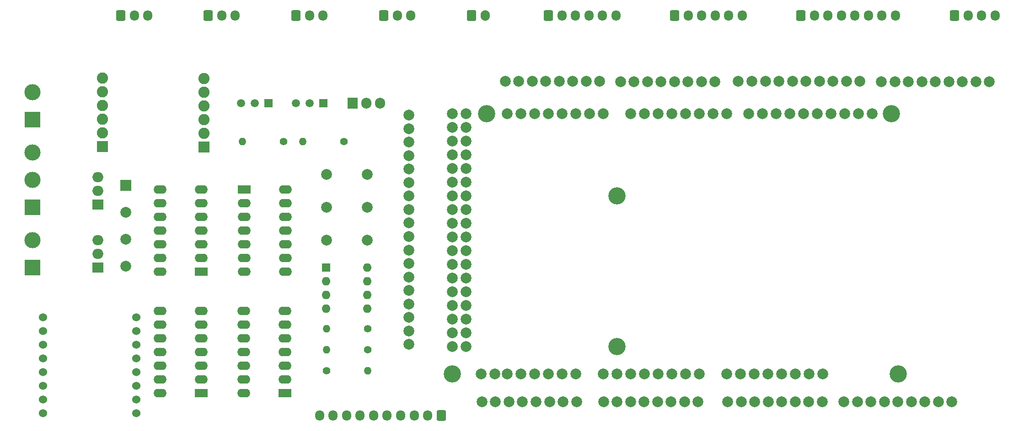
<source format=gbr>
%TF.GenerationSoftware,KiCad,Pcbnew,8.0.6*%
%TF.CreationDate,2024-12-20T14:34:49+02:00*%
%TF.ProjectId,Control_PCB,436f6e74-726f-46c5-9f50-43422e6b6963,rev?*%
%TF.SameCoordinates,Original*%
%TF.FileFunction,Soldermask,Bot*%
%TF.FilePolarity,Negative*%
%FSLAX46Y46*%
G04 Gerber Fmt 4.6, Leading zero omitted, Abs format (unit mm)*
G04 Created by KiCad (PCBNEW 8.0.6) date 2024-12-20 14:34:49*
%MOMM*%
%LPD*%
G01*
G04 APERTURE LIST*
G04 Aperture macros list*
%AMRoundRect*
0 Rectangle with rounded corners*
0 $1 Rounding radius*
0 $2 $3 $4 $5 $6 $7 $8 $9 X,Y pos of 4 corners*
0 Add a 4 corners polygon primitive as box body*
4,1,4,$2,$3,$4,$5,$6,$7,$8,$9,$2,$3,0*
0 Add four circle primitives for the rounded corners*
1,1,$1+$1,$2,$3*
1,1,$1+$1,$4,$5*
1,1,$1+$1,$6,$7*
1,1,$1+$1,$8,$9*
0 Add four rect primitives between the rounded corners*
20,1,$1+$1,$2,$3,$4,$5,0*
20,1,$1+$1,$4,$5,$6,$7,0*
20,1,$1+$1,$6,$7,$8,$9,0*
20,1,$1+$1,$8,$9,$2,$3,0*%
G04 Aperture macros list end*
%ADD10C,1.524000*%
%ADD11C,2.000000*%
%ADD12C,2.004000*%
%ADD13RoundRect,0.102000X0.939800X-0.939800X0.939800X0.939800X-0.939800X0.939800X-0.939800X-0.939800X0*%
%ADD14C,2.083600*%
%ADD15R,2.000000X1.905000*%
%ADD16O,2.000000X1.905000*%
%ADD17R,2.400000X1.600000*%
%ADD18O,2.400000X1.600000*%
%ADD19RoundRect,0.250000X-0.600000X-0.725000X0.600000X-0.725000X0.600000X0.725000X-0.600000X0.725000X0*%
%ADD20O,1.700000X1.950000*%
%ADD21C,1.400000*%
%ADD22O,1.400000X1.400000*%
%ADD23R,3.000000X3.000000*%
%ADD24C,3.000000*%
%ADD25RoundRect,0.250000X-0.600000X-0.750000X0.600000X-0.750000X0.600000X0.750000X-0.600000X0.750000X0*%
%ADD26O,1.700000X2.000000*%
%ADD27RoundRect,0.250000X0.600000X0.725000X-0.600000X0.725000X-0.600000X-0.725000X0.600000X-0.725000X0*%
%ADD28R,1.500000X1.500000*%
%ADD29C,1.500000*%
%ADD30R,1.600000X1.600000*%
%ADD31O,1.600000X1.600000*%
%ADD32R,1.905000X2.000000*%
%ADD33O,1.905000X2.000000*%
%ADD34C,3.200000*%
%ADD35R,2.000000X2.000000*%
G04 APERTURE END LIST*
D10*
%TO.C,J101*%
X67945000Y-126619000D03*
X67945000Y-124079000D03*
X67945000Y-121539000D03*
X67945000Y-118999000D03*
X67945000Y-116459000D03*
X67945000Y-113919000D03*
X67945000Y-111379000D03*
X67945000Y-108839000D03*
%TD*%
D11*
%TO.C,C1*%
X110744000Y-94488000D03*
X103244000Y-94488000D03*
%TD*%
D12*
%TO.C,J21*%
X164484143Y-124424000D03*
%TD*%
%TO.C,J90*%
X211484143Y-124424000D03*
%TD*%
%TO.C,J78*%
X205914000Y-65078000D03*
%TD*%
%TO.C,J20*%
X166984143Y-124424000D03*
%TD*%
%TO.C,J70*%
X136278000Y-64998000D03*
%TD*%
%TO.C,J66*%
X165114000Y-65078000D03*
%TD*%
%TO.C,J92*%
X206484143Y-124424000D03*
%TD*%
D13*
%TO.C,U6*%
X80549762Y-77188000D03*
D14*
X80549762Y-74648000D03*
X80549762Y-72108000D03*
X80549762Y-69568000D03*
X80549762Y-67028000D03*
X80549762Y-64488000D03*
%TD*%
D12*
%TO.C,J68*%
X160114000Y-65078000D03*
%TD*%
%TO.C,J65*%
X167614000Y-65078000D03*
%TD*%
%TO.C,J51*%
X118477365Y-113812000D03*
%TD*%
%TO.C,J13*%
X187484143Y-124424000D03*
%TD*%
%TO.C,J86*%
X225914000Y-65078000D03*
%TD*%
%TO.C,J10*%
X194984143Y-124424000D03*
%TD*%
D15*
%TO.C,U2*%
X60889000Y-99568000D03*
D16*
X60889000Y-97028000D03*
X60889000Y-94488000D03*
%TD*%
D12*
%TO.C,J33*%
X131984143Y-124424000D03*
%TD*%
%TO.C,J49*%
X118477365Y-108812000D03*
%TD*%
%TO.C,J42*%
X118477365Y-91312000D03*
%TD*%
%TO.C,J54*%
X196944000Y-65024000D03*
%TD*%
%TO.C,J67*%
X162614000Y-65078000D03*
%TD*%
%TO.C,J45*%
X118477365Y-98812000D03*
%TD*%
%TO.C,J81*%
X213414000Y-65078000D03*
%TD*%
%TO.C,J91*%
X208984143Y-124424000D03*
%TD*%
%TO.C,J56*%
X191944000Y-65024000D03*
%TD*%
D13*
%TO.C,U8*%
X61684762Y-77163000D03*
D14*
X61684762Y-74623000D03*
X61684762Y-72083000D03*
X61684762Y-69543000D03*
X61684762Y-67003000D03*
X61684762Y-64463000D03*
%TD*%
D17*
%TO.C,U5*%
X79983762Y-100348000D03*
D18*
X79983762Y-97808000D03*
X79983762Y-95268000D03*
X79983762Y-92728000D03*
X79983762Y-90188000D03*
X79983762Y-87648000D03*
X79983762Y-85108000D03*
X72363762Y-85108000D03*
X72363762Y-87648000D03*
X72363762Y-90188000D03*
X72363762Y-92728000D03*
X72363762Y-95268000D03*
X72363762Y-97808000D03*
X72363762Y-100348000D03*
%TD*%
D12*
%TO.C,J76*%
X151278000Y-64998000D03*
%TD*%
D19*
%TO.C,J6*%
X144272000Y-52832000D03*
D20*
X146772000Y-52832000D03*
X149272000Y-52832000D03*
X151772000Y-52832000D03*
X154272000Y-52832000D03*
X156772000Y-52832000D03*
%TD*%
D12*
%TO.C,J28*%
X144484143Y-124424000D03*
%TD*%
%TO.C,J32*%
X134484143Y-124424000D03*
%TD*%
%TO.C,J79*%
X208414000Y-65078000D03*
%TD*%
%TO.C,J48*%
X118477365Y-106312000D03*
%TD*%
%TO.C,J37*%
X118477365Y-78812000D03*
%TD*%
%TO.C,J16*%
X179984143Y-124424000D03*
%TD*%
%TO.C,J83*%
X218414000Y-65078000D03*
%TD*%
%TO.C,J29*%
X141984143Y-124424000D03*
%TD*%
%TO.C,J73*%
X143778000Y-64998000D03*
%TD*%
%TO.C,J60*%
X181944000Y-65024000D03*
%TD*%
%TO.C,J82*%
X215914000Y-65078000D03*
%TD*%
%TO.C,J40*%
X118477365Y-86312000D03*
%TD*%
%TO.C,J27*%
X146984143Y-124424000D03*
%TD*%
D19*
%TO.C,J3*%
X97536000Y-52832000D03*
D20*
X100036000Y-52832000D03*
X102536000Y-52832000D03*
%TD*%
D21*
%TO.C,R3*%
X103180000Y-118700000D03*
D22*
X110800000Y-118700000D03*
%TD*%
D12*
%TO.C,J30*%
X139484143Y-124424000D03*
%TD*%
%TO.C,J36*%
X118477365Y-76312000D03*
%TD*%
%TO.C,J85*%
X223414000Y-65078000D03*
%TD*%
%TO.C,J80*%
X210914000Y-65078000D03*
%TD*%
%TO.C,J19*%
X169484143Y-124424000D03*
%TD*%
%TO.C,J64*%
X170114000Y-65078000D03*
%TD*%
%TO.C,J57*%
X189444000Y-65024000D03*
%TD*%
%TO.C,J62*%
X175114000Y-65078000D03*
%TD*%
%TO.C,J94*%
X201484143Y-124424000D03*
%TD*%
%TO.C,J41*%
X118477365Y-88812000D03*
%TD*%
%TO.C,J34*%
X118477365Y-71312000D03*
%TD*%
%TO.C,J93*%
X203984143Y-124424000D03*
%TD*%
D21*
%TO.C,R4*%
X95250000Y-76200000D03*
D22*
X87630000Y-76200000D03*
%TD*%
D23*
%TO.C,J8*%
X48768000Y-88392000D03*
D24*
X48768000Y-83312000D03*
X48768000Y-78232000D03*
%TD*%
D25*
%TO.C,J96*%
X130048000Y-52832000D03*
D26*
X132548000Y-52832000D03*
%TD*%
D12*
%TO.C,J31*%
X136984143Y-124424000D03*
%TD*%
D27*
%TO.C,J98*%
X124420000Y-127000000D03*
D20*
X121920000Y-127000000D03*
X119420000Y-127000000D03*
X116920000Y-127000000D03*
X114420000Y-127000000D03*
X111920000Y-127000000D03*
X109420000Y-127000000D03*
X106920000Y-127000000D03*
X104420000Y-127000000D03*
X101920000Y-127000000D03*
%TD*%
D23*
%TO.C,J9*%
X48768000Y-99610000D03*
D24*
X48768000Y-94530000D03*
%TD*%
D10*
%TO.C,J100*%
X50673000Y-126619000D03*
X50673000Y-124079000D03*
X50673000Y-121539000D03*
X50673000Y-118999000D03*
X50673000Y-116459000D03*
X50673000Y-113919000D03*
X50673000Y-111379000D03*
X50673000Y-108839000D03*
%TD*%
D19*
%TO.C,J99*%
X219456000Y-52832000D03*
D20*
X221956000Y-52832000D03*
X224456000Y-52832000D03*
X226956000Y-52832000D03*
%TD*%
D17*
%TO.C,U11*%
X95504000Y-122893000D03*
D18*
X95504000Y-120353000D03*
X95504000Y-117813000D03*
X95504000Y-115273000D03*
X95504000Y-112733000D03*
X95504000Y-110193000D03*
X95504000Y-107653000D03*
X87884000Y-107653000D03*
X87884000Y-110193000D03*
X87884000Y-112733000D03*
X87884000Y-115273000D03*
X87884000Y-117813000D03*
X87884000Y-120353000D03*
X87884000Y-122893000D03*
%TD*%
D12*
%TO.C,J44*%
X118477365Y-96312000D03*
%TD*%
%TO.C,J74*%
X146278000Y-64998000D03*
%TD*%
D19*
%TO.C,J4*%
X191008000Y-52832000D03*
D20*
X193508000Y-52832000D03*
X196008000Y-52832000D03*
X198508000Y-52832000D03*
X201008000Y-52832000D03*
X203508000Y-52832000D03*
X206008000Y-52832000D03*
X208508000Y-52832000D03*
%TD*%
D12*
%TO.C,J39*%
X118477365Y-83812000D03*
%TD*%
%TO.C,J46*%
X118477365Y-101312000D03*
%TD*%
%TO.C,J72*%
X141278000Y-64998000D03*
%TD*%
%TO.C,J43*%
X118477365Y-93812000D03*
%TD*%
%TO.C,J71*%
X138778000Y-64998000D03*
%TD*%
D28*
%TO.C,Q1*%
X92456000Y-69088000D03*
D29*
X89916000Y-69088000D03*
X87376000Y-69088000D03*
%TD*%
D12*
%TO.C,J69*%
X157614000Y-65078000D03*
%TD*%
D30*
%TO.C,U9*%
X103124000Y-99568000D03*
D31*
X103124000Y-102108000D03*
X103124000Y-104648000D03*
X103124000Y-107188000D03*
X110744000Y-107188000D03*
X110744000Y-104648000D03*
X110744000Y-102108000D03*
X110744000Y-99568000D03*
%TD*%
D12*
%TO.C,J88*%
X216484143Y-124424000D03*
%TD*%
%TO.C,J63*%
X172614000Y-65078000D03*
%TD*%
D23*
%TO.C,J7*%
X48768000Y-72136000D03*
D24*
X48768000Y-67056000D03*
%TD*%
D19*
%TO.C,J1*%
X81280000Y-52832000D03*
D20*
X83780000Y-52832000D03*
X86280000Y-52832000D03*
%TD*%
D12*
%TO.C,J23*%
X159484143Y-124424000D03*
%TD*%
%TO.C,J24*%
X156984143Y-124424000D03*
%TD*%
%TO.C,J22*%
X161984143Y-124424000D03*
%TD*%
D19*
%TO.C,J2*%
X65104000Y-52832000D03*
D20*
X67604000Y-52832000D03*
X70104000Y-52832000D03*
%TD*%
D12*
%TO.C,J52*%
X201944000Y-65024000D03*
%TD*%
%TO.C,J26*%
X149484143Y-124424000D03*
%TD*%
%TO.C,J53*%
X199444000Y-65024000D03*
%TD*%
D21*
%TO.C,R1*%
X110800000Y-110900000D03*
D22*
X103180000Y-110900000D03*
%TD*%
D12*
%TO.C,J12*%
X189984143Y-124424000D03*
%TD*%
D32*
%TO.C,U1*%
X108000000Y-69100000D03*
D33*
X110540000Y-69100000D03*
X113080000Y-69100000D03*
%TD*%
D12*
%TO.C,J35*%
X118477365Y-73812000D03*
%TD*%
D34*
%TO.C,A1*%
X126464143Y-119287000D03*
X209014143Y-119287000D03*
X156944143Y-114207000D03*
X156944143Y-86267000D03*
X132814143Y-71027000D03*
X207744143Y-71027000D03*
D12*
X159484143Y-71027000D03*
X162024143Y-71027000D03*
X164564143Y-71027000D03*
X167104143Y-71027000D03*
X187424143Y-119287000D03*
X169644143Y-71027000D03*
X172184143Y-71027000D03*
X184884143Y-119287000D03*
X129004143Y-71027000D03*
X126464143Y-71027000D03*
X174724143Y-71027000D03*
X177264143Y-71027000D03*
X181328143Y-71027000D03*
X183868143Y-71027000D03*
X186408143Y-71027000D03*
X188948143Y-71027000D03*
X191488143Y-71027000D03*
X194028143Y-71027000D03*
X154404143Y-71027000D03*
X151864143Y-71027000D03*
X149324143Y-71027000D03*
X146784143Y-71027000D03*
X144244143Y-71027000D03*
X141704143Y-71027000D03*
X139164143Y-71027000D03*
X136624143Y-71027000D03*
X129004143Y-73567000D03*
X126464143Y-73567000D03*
X129004143Y-76107000D03*
X126464143Y-76107000D03*
X129004143Y-78647000D03*
X126464143Y-78647000D03*
X129004143Y-81187000D03*
X126464143Y-81187000D03*
X129004143Y-83727000D03*
X126464143Y-83727000D03*
X129004143Y-86267000D03*
X126464143Y-86267000D03*
X129004143Y-88807000D03*
X126464143Y-88807000D03*
X129004143Y-91347000D03*
X126464143Y-91347000D03*
X129004143Y-93887000D03*
X126464143Y-93887000D03*
X129004143Y-96427000D03*
X126464143Y-96427000D03*
X129004143Y-98967000D03*
X126464143Y-98967000D03*
X129004143Y-101507000D03*
X126464143Y-101507000D03*
X129004143Y-104047000D03*
X126464143Y-104047000D03*
X129004143Y-106587000D03*
X126464143Y-106587000D03*
X129004143Y-109127000D03*
X126464143Y-109127000D03*
X129004143Y-111667000D03*
X126464143Y-111667000D03*
X172184143Y-119287000D03*
X169644143Y-119287000D03*
X167104143Y-119287000D03*
X164564143Y-119287000D03*
X162024143Y-119287000D03*
X159484143Y-119287000D03*
X156944143Y-119287000D03*
X154404143Y-119287000D03*
X149324143Y-119287000D03*
X146784143Y-119287000D03*
X144244143Y-119287000D03*
X141704143Y-119287000D03*
X139164143Y-119287000D03*
X136624143Y-119287000D03*
X134338143Y-119287000D03*
X131798143Y-119287000D03*
X199108143Y-71027000D03*
X182344143Y-119287000D03*
X179804143Y-119287000D03*
X196568143Y-71027000D03*
X129004143Y-114207000D03*
X126464143Y-114207000D03*
X192504143Y-119287000D03*
X195044143Y-119287000D03*
X189964143Y-119287000D03*
X204188143Y-71027000D03*
X201648143Y-71027000D03*
X177264143Y-119287000D03*
%TD*%
%TO.C,J18*%
X171984143Y-124424000D03*
%TD*%
%TO.C,J84*%
X220914000Y-65078000D03*
%TD*%
%TO.C,J87*%
X218984143Y-124424000D03*
%TD*%
%TO.C,J17*%
X177484143Y-124424000D03*
%TD*%
%TO.C,J47*%
X118477365Y-103812000D03*
%TD*%
%TO.C,J25*%
X154484143Y-124424000D03*
%TD*%
D15*
%TO.C,U4*%
X60889000Y-87884000D03*
D16*
X60889000Y-85344000D03*
X60889000Y-82804000D03*
%TD*%
D12*
%TO.C,J89*%
X213984143Y-124424000D03*
%TD*%
D17*
%TO.C,U10*%
X80004000Y-122893000D03*
D18*
X80004000Y-120353000D03*
X80004000Y-117813000D03*
X80004000Y-115273000D03*
X80004000Y-112733000D03*
X80004000Y-110193000D03*
X80004000Y-107653000D03*
X72384000Y-107653000D03*
X72384000Y-110193000D03*
X72384000Y-112733000D03*
X72384000Y-115273000D03*
X72384000Y-117813000D03*
X72384000Y-120353000D03*
X72384000Y-122893000D03*
%TD*%
D12*
%TO.C,J61*%
X179444000Y-65024000D03*
%TD*%
D28*
%TO.C,Q2*%
X102616000Y-69088000D03*
D29*
X100076000Y-69088000D03*
X97536000Y-69088000D03*
%TD*%
D12*
%TO.C,J77*%
X153778000Y-64998000D03*
%TD*%
D21*
%TO.C,R5*%
X106426000Y-76200000D03*
D22*
X98806000Y-76200000D03*
%TD*%
D11*
%TO.C,C2*%
X110744000Y-88392000D03*
X103244000Y-88392000D03*
%TD*%
D12*
%TO.C,J50*%
X118477365Y-111312000D03*
%TD*%
%TO.C,J58*%
X186944000Y-65024000D03*
%TD*%
%TO.C,J14*%
X184984143Y-124424000D03*
%TD*%
D19*
%TO.C,J5*%
X167640000Y-52832000D03*
D20*
X170140000Y-52832000D03*
X172640000Y-52832000D03*
X175140000Y-52832000D03*
X177640000Y-52832000D03*
X180140000Y-52832000D03*
%TD*%
D21*
%TO.C,R2*%
X110800000Y-114800000D03*
D22*
X103180000Y-114800000D03*
%TD*%
D12*
%TO.C,J11*%
X192484143Y-124424000D03*
%TD*%
%TO.C,J75*%
X148778000Y-64998000D03*
%TD*%
%TO.C,J15*%
X182484143Y-124424000D03*
%TD*%
%TO.C,J59*%
X184444000Y-65024000D03*
%TD*%
D17*
%TO.C,U7*%
X87983762Y-85108000D03*
D18*
X87983762Y-87648000D03*
X87983762Y-90188000D03*
X87983762Y-92728000D03*
X87983762Y-95268000D03*
X87983762Y-97808000D03*
X87983762Y-100348000D03*
X95603762Y-100348000D03*
X95603762Y-97808000D03*
X95603762Y-95268000D03*
X95603762Y-92728000D03*
X95603762Y-90188000D03*
X95603762Y-87648000D03*
X95603762Y-85108000D03*
%TD*%
D12*
%TO.C,J38*%
X118477365Y-81312000D03*
%TD*%
%TO.C,J95*%
X198984143Y-124424000D03*
%TD*%
D19*
%TO.C,J97*%
X113792000Y-52832000D03*
D20*
X116292000Y-52832000D03*
X118792000Y-52832000D03*
%TD*%
D35*
%TO.C,D1*%
X66040000Y-84328000D03*
D11*
X66040000Y-89328000D03*
X66040000Y-94328000D03*
X66040000Y-99328000D03*
%TD*%
%TO.C,C3*%
X110744000Y-82296000D03*
X103244000Y-82296000D03*
%TD*%
D12*
%TO.C,J55*%
X194444000Y-65024000D03*
%TD*%
M02*

</source>
